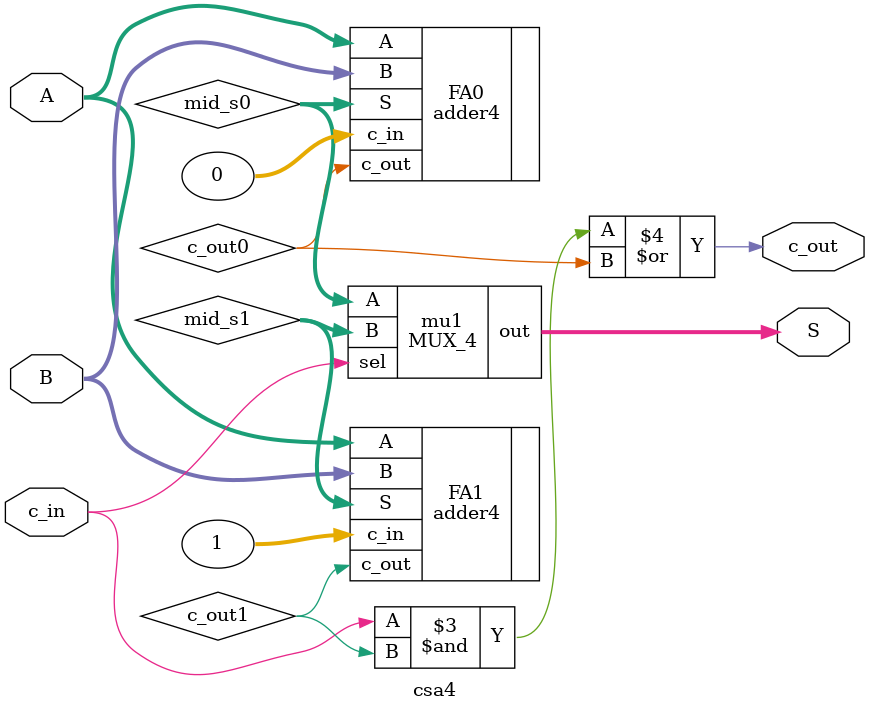
<source format=sv>
module carry_select_adder
(
    input   logic[15:0]     A,
    input   logic[15:0]     B,
    output  logic[15:0]     Sum,
    output  logic           CO
);

    /* TODO
     *
     * Insert code here to implement a carry select.
     * Your code should be completly combinational (don't use always_ff or always_latch).
     * Feel free to create sub-modules or other files. */
     
	logic c1,c2,c3;
	  
	adder4 FA0(.A(A[3:0]),.B(B[3:0]),.c_in(0),.S(Sum[3:0]),.c_out(c1)) ;
	  
	csa4 csa4_0(.A(A[7:4]),.B(B[7:4]),.c_in(c1),.S(Sum[7:4]),.c_out(c2)) ;
	csa4 csa4_1(.A(A[11:8]),.B(B[11:8]),.c_in(c2),.S(Sum[11:8]),.c_out(c3)) ;
	csa4 csa4_2(.A(A[15:12]),.B(B[15:12]),.c_in(c3),.S(Sum[15:12]),.c_out(CO)) ;
	  
endmodule


module MUX2
(
	input [1:0] in,
	input sel,
	output logic out
);
	always_comb
		begin
			case (sel)
				1'b0 : out = in[0];
				1'b1 : out = in[1];
				default : out = in[0];
			endcase
		end
endmodule
	
module MUX_4
(
		input [3:0] A,B,
		input sel,
		output logic [3:0]out
	);
		always_comb
			begin
				case (sel)
					1'b0 : out = A;
					1'b1 : out = B;
					default : out = 4'b0000;
				endcase
			end
	endmodule

module csa4
(
	input [3:0]A,B,
	input c_in,
	output [3:0]S,
	output logic c_out
);

	logic [3:0] mid_s0, mid_s1;
	logic c_out0, c_out1;
	logic [1:0] mid_test0,mid_test1,mid_test2,mid_test3;
	
	
	adder4 FA0(.A(A[3:0]),.B(B[3:0]),.c_in(0),.S(mid_s0[3:0]),.c_out(c_out0)) ;
	adder4 FA1(.A(A[3:0]),.B(B[3:0]),.c_in(1),.S(mid_s1[3:0]),.c_out(c_out1)) ;
	assign c_out = (c_in & c_out1) | c_out0;
	
//	assign mid_test0[0] = mid_s0[0];
//	assign mid_test0[1] = mid_s1[0];
	
//	assign mid_test1[0] = mid_s0[1];
//	assign mid_test1[1] = mid_s1[1];
	
//	assign mid_test2[0] = mid_s0[2];
//	assign mid_test2[1] = mid_s1[2];
	
//	assign mid_test3[0] = mid_s0[3];
//	assign mid_test3[1] = mid_s1[3];
	
//	MUX2 mu1(.in(mid_test0[1:0]),.sel(c_in),.out(S[0]));
//	MUX2 mu2(.in(mid_test1[1:0]),.sel(c_in),.out(S[1]));
//	MUX2 mu3(.in(mid_test2[1:0]),.sel(c_in),.out(S[2]));
//	MUX2 mu4(.in(mid_test3[1:0]),.sel(c_in),.out(S[3]));

	MUX_4 mu1(.A(mid_s0[3:0]),.B(mid_s1[3:0]),.sel(c_in),.out(S[3:0]));
	
	
endmodule
	
	
</source>
